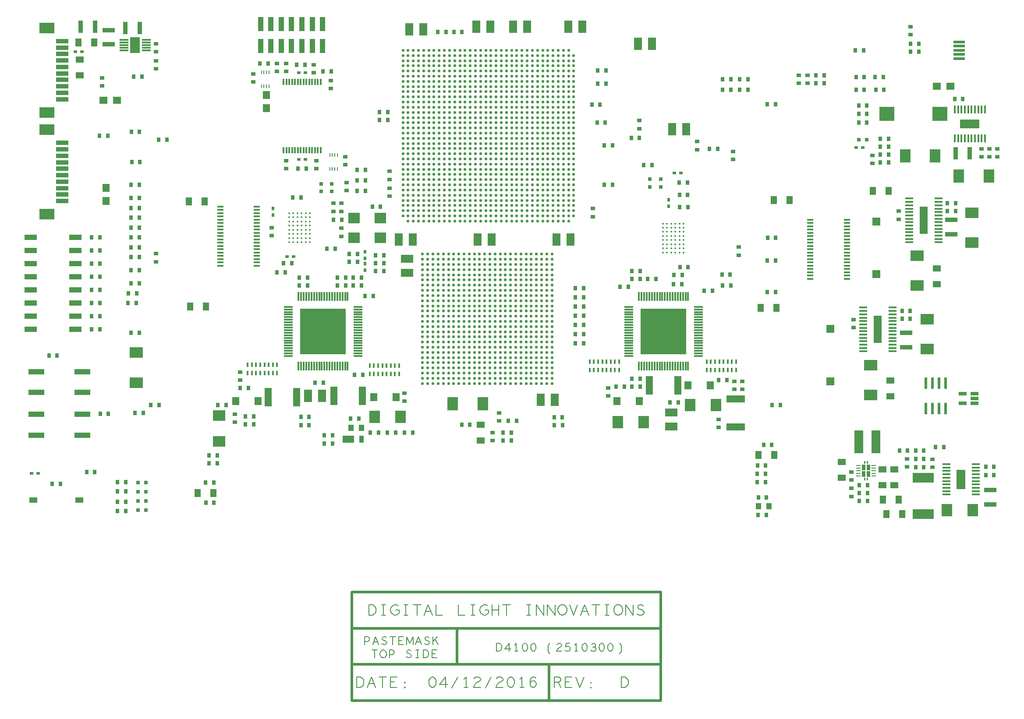
<source format=gbr>
G04 ================== begin FILE IDENTIFICATION RECORD ==================*
G04 Layout Name:  2510300_REV-D.brd*
G04 Film Name:    Paste_top.gbr*
G04 File Format:  Gerber RS274X*
G04 File Origin:  Cadence Allegro 16.6-2015-S051*
G04 Origin Date:  Tue Apr 12 06:53:55 2016*
G04 *
G04 Layer:  VIA CLASS/PASTEMASK_TOP*
G04 Layer:  PIN/PASTEMASK_TOP*
G04 Layer:  PACKAGE GEOMETRY/PASTEMASK_TOP*
G04 Layer:  DRAWING FORMAT/TITLE_BLOCK*
G04 Layer:  BOARD GEOMETRY/PASTEMASK_TOP*
G04 *
G04 Offset:    (0.00 0.00)*
G04 Mirror:    No*
G04 Mode:      Positive*
G04 Rotation:  0*
G04 FullContactRelief:  No*
G04 UndefLineWidth:     0.00*
G04 ================== end FILE IDENTIFICATION RECORD ====================*
%FSLAX25Y25*MOIN*%
%IR0*IPPOS*OFA0.00000B0.00000*MIA0B0*SFA1.00000B1.00000*%
%ADD56R,.063X.21*%
%ADD25R,.102X.083*%
%ADD51R,.14X.055*%
%ADD50R,.083X.102*%
%ADD32R,.055X.14*%
%ADD26R,.076X.12*%
%ADD49C,.022*%
%ADD12R,.122X.039*%
%ADD38C,.014*%
%ADD64R,.145X.065*%
%ADD62R,.065X.145*%
%ADD35R,.039X.108*%
%ADD14R,.118X.084*%
%ADD59R,.162X.077*%
%ADD55R,.071X.177*%
%AMMACRO54*
4,1,21,-.01575,.00453,
.01122,.00453,
.012007,.004461,
.012769,.004257,
.013485,.003923,
.014132,.00347,
.01469,.002912,
.015143,.002265,
.015477,.001549,
.015681,.000787,
.01575,0.0,
.015681,-.000787,
.015477,-.001549,
.015143,-.002265,
.01469,-.002912,
.014132,-.00347,
.013485,-.003923,
.012769,-.004257,
.012007,-.004461,
.01122,-.00453,
-.01575,-.00453,
-.01575,.00453,
0.0*
%
%ADD54MACRO54*%
%ADD58R,.115X.11*%
%ADD42R,.031X.031*%
%ADD22R,.032X.03*%
%ADD63R,.06X.03*%
%ADD39R,.012X.05*%
%ADD34R,.01X.025*%
%ADD33R,.02X.025*%
%ADD24R,.031X.031*%
%ADD15R,.03X.032*%
%ADD44R,.04X.05*%
%ADD27R,.07X.012*%
%ADD11R,.025X.02*%
%ADD37R,.07X.013*%
%ADD36R,.013X.07*%
%ADD65R,.016X.06*%
%ADD57R,.06X.015*%
%ADD31R,.016X.032*%
%ADD29R,.05X.017*%
%ADD60R,.06X.016*%
%ADD17R,.063X.05*%
%ADD10R,.06X.044*%
%ADD18R,.05X.063*%
%ADD52R,.064X.06*%
%ADD20R,.055X.06*%
%ADD30R,.055X.06*%
%ADD21R,.06X.055*%
%ADD16R,.094X.032*%
%ADD61R,.024X.085*%
%ADD66R,.089X.02*%
%ADD45R,.036X.056*%
%ADD48R,.095X.063*%
%ADD13R,.096X.044*%
%ADD41R,.35X.35*%
%ADD40R,.063X.095*%
%ADD28R,.095X.083*%
%ADD46R,.083X.095*%
%ADD43R,.087X.056*%
%ADD23R,.098X.038*%
%ADD19R,.038X.098*%
%ADD47R,.087X.079*%
%AMMACRO53*
4,1,21,.01575,-.00453,
-.01122,-.00453,
-.012007,-.004461,
-.012769,-.004257,
-.013485,-.003923,
-.014132,-.00347,
-.01469,-.002912,
-.015143,-.002265,
-.015477,-.001549,
-.015681,-.000787,
-.01575,0.0,
-.015681,.000787,
-.015477,.001549,
-.015143,.002265,
-.01469,.002912,
-.014132,.00347,
-.013485,.003923,
-.012769,.004257,
-.012007,.004461,
-.01122,.00453,
.01575,.00453,
.01575,-.00453,
0.0*
%
%ADD53MACRO53*%
%ADD67C,.02*%
%ADD68C,.006*%
%ADD69C,.008*%
G75*
%LPD*%
G75*
G36*
G01X644504Y34567D02*
X645528D01*
Y32598D01*
X644504D01*
Y34567D01*
G37*
G36*
G01X646472D02*
X647496D01*
Y32598D01*
X646472D01*
Y34567D01*
G37*
G36*
G01X642890Y39567D02*
X645567D01*
Y35433D01*
X642890D01*
Y39567D01*
G37*
G36*
G01X646433D02*
X649110D01*
Y35433D01*
X646433D01*
Y39567D01*
G37*
G36*
G01X644504Y47402D02*
X645528D01*
Y45433D01*
X644504D01*
Y47402D01*
G37*
G36*
G01X646472D02*
X647496D01*
Y45433D01*
X646472D01*
Y47402D01*
G37*
G36*
G01X642890Y44606D02*
X645567D01*
Y40433D01*
X642890D01*
Y44606D01*
G37*
G36*
G01X646433Y44567D02*
X649110D01*
Y40433D01*
X646433D01*
Y44567D01*
G37*
G54D10*
X12480Y17500D03*
X47520D03*
G54D20*
X67950Y245350D03*
Y255450D03*
X190000Y315950D03*
Y326050D03*
G54D11*
X11100Y38000D03*
X16100D03*
X49500Y359000D03*
X44500D03*
X205500Y203000D03*
X210500D03*
X214500Y277000D03*
Y343000D03*
X219500Y277000D03*
Y343000D03*
X500100Y266700D03*
X505100D03*
X643500Y286000D03*
X638500D03*
G54D21*
X65950Y322050D03*
X76050D03*
X699950Y332750D03*
X710050D03*
G54D30*
X166614Y93000D03*
X183386D03*
X271614Y96000D03*
X288386D03*
X456614Y93000D03*
X473386D03*
X510614Y105000D03*
X527386D03*
G54D12*
X14980Y67126D03*
Y82874D03*
Y99626D03*
Y115374D03*
X50020Y67126D03*
Y82874D03*
Y99626D03*
Y115374D03*
G54D40*
X221650Y97000D03*
X232350D03*
X290650Y216000D03*
X301350D03*
X298450Y375900D03*
X309150D03*
X350650Y216000D03*
X349450Y377800D03*
X361350Y216000D03*
X360150Y377800D03*
X377650Y378000D03*
X388350D03*
X398650Y94000D03*
X409350D03*
X410650Y216000D03*
X421350D03*
X419550Y377900D03*
X430250D03*
X472650Y365000D03*
X498650Y300000D03*
X483350Y365000D03*
X509350Y300000D03*
G54D13*
X10550Y157500D03*
Y147500D03*
Y177500D03*
Y167500D03*
Y197500D03*
Y187500D03*
Y207500D03*
Y217500D03*
X44450Y157500D03*
Y147500D03*
Y177500D03*
Y167500D03*
Y197500D03*
Y187500D03*
Y207500D03*
Y217500D03*
G54D31*
X178800Y120700D03*
X175600D03*
X178800Y114300D03*
X175600D03*
X182000Y120700D03*
Y114300D03*
X185200Y120700D03*
Y114300D03*
X188400D03*
X191600D03*
X194800D03*
X188400Y120700D03*
X191600D03*
X194800D03*
X198000Y114300D03*
Y120700D03*
X274900Y119900D03*
X271700D03*
X268500D03*
X274900Y113500D03*
X271700D03*
X268500D03*
X278100Y119900D03*
Y113500D03*
X281300D03*
X284500D03*
X281300Y119900D03*
X284500D03*
X287700Y113500D03*
X290900D03*
X287700Y119900D03*
X290900D03*
X442200Y123100D03*
X439000D03*
X435800D03*
X442200Y116700D03*
X439000D03*
X435800D03*
X445400Y123100D03*
Y116700D03*
X448600D03*
X451800D03*
X455000D03*
X458200D03*
X448600Y123100D03*
X451800D03*
X455000D03*
X458200D03*
X528000D03*
X524800D03*
X528000Y116700D03*
X524800D03*
X531200Y123100D03*
Y116700D03*
X534400Y123100D03*
Y116700D03*
X537600D03*
X540800D03*
X544000D03*
X547200D03*
X537600Y123100D03*
X540800D03*
X544000D03*
X547200D03*
G54D22*
X65000Y332900D03*
Y339100D03*
X105800Y205300D03*
Y199100D03*
X106000Y352100D03*
Y345900D03*
Y358900D03*
Y365100D03*
X166000Y83100D03*
Y76900D03*
X170000Y108900D03*
Y115100D03*
X180000Y335900D03*
Y342100D03*
X194000Y225100D03*
Y218900D03*
X205000Y269900D03*
Y276100D03*
Y350100D03*
Y343900D03*
X198000Y350100D03*
Y343900D03*
X228000Y269900D03*
Y276100D03*
X226000Y349100D03*
Y342900D03*
X246900Y224600D03*
Y218400D03*
X240800Y243500D03*
Y237300D03*
X247000Y243500D03*
Y237300D03*
X250000Y279100D03*
Y272900D03*
X239000Y330900D03*
Y337100D03*
X251000Y253200D03*
Y259400D03*
X283500Y248900D03*
Y255100D03*
X283600Y261600D03*
Y267800D03*
X295000Y92900D03*
Y99100D03*
X362000Y62900D03*
Y69100D03*
X367000Y77900D03*
Y84100D03*
X438300Y239600D03*
Y233400D03*
X450000Y103100D03*
Y96900D03*
X473600Y300400D03*
Y306600D03*
X517500Y284400D03*
Y290600D03*
X534000Y72900D03*
Y79100D03*
X546000Y108100D03*
Y101900D03*
X545000Y283100D03*
Y276900D03*
X552000Y108100D03*
Y101900D03*
X549100Y210300D03*
Y204100D03*
X595000Y334900D03*
X601500D03*
X595000Y341100D03*
X601500D03*
X635000Y20400D03*
Y26600D03*
Y39100D03*
Y32900D03*
X636500Y155100D03*
Y148900D03*
X651000Y280100D03*
Y273900D03*
X671000Y231400D03*
Y237600D03*
X677300Y49000D03*
Y42800D03*
X680000Y371900D03*
Y378100D03*
X696700Y42500D03*
Y48700D03*
X734000Y285100D03*
Y278900D03*
X740000Y285100D03*
Y278900D03*
X746000D03*
Y285100D03*
G54D23*
X70000Y364600D03*
Y375400D03*
X676500Y144900D03*
Y134100D03*
X711000Y230900D03*
Y220100D03*
X740500Y14400D03*
Y25200D03*
G54D41*
X233000Y146000D03*
X492000D03*
G54D14*
X22738Y235237D03*
Y299473D03*
Y312737D03*
Y376973D03*
G54D32*
X191250Y96000D03*
X212750D03*
X241250Y97000D03*
X262750D03*
X481250Y105000D03*
X502750D03*
G54D50*
X331600Y91000D03*
X354400D03*
X675900Y279700D03*
X698700D03*
X716700Y264400D03*
X739500D03*
G54D60*
X707178Y21884D03*
Y24443D03*
Y27002D03*
Y29561D03*
Y32120D03*
Y34680D03*
Y37239D03*
Y39798D03*
Y42357D03*
Y44916D03*
X729422Y21884D03*
Y24443D03*
Y27002D03*
Y29561D03*
Y32120D03*
Y34680D03*
Y37239D03*
Y39798D03*
Y42357D03*
Y44916D03*
G54D15*
X33100Y30000D03*
X26900D03*
X24400Y127500D03*
X30600D03*
X53100Y39000D03*
X56900Y147500D03*
Y157500D03*
Y167500D03*
Y177500D03*
Y187500D03*
Y197500D03*
Y207500D03*
Y217500D03*
X59300Y39000D03*
X63500Y83200D03*
X69700D03*
X63100Y147500D03*
Y157500D03*
Y167500D03*
Y177500D03*
Y187500D03*
Y197500D03*
Y207500D03*
Y217500D03*
X62900Y295000D03*
X69100D03*
X76700Y16200D03*
X82900D03*
X76700Y9200D03*
X82900D03*
X76700Y31200D03*
X82900D03*
X76700Y24200D03*
X82900D03*
X89900Y84000D03*
X86900Y145000D03*
X84900Y175000D03*
X91100D03*
X84600Y167600D03*
X90800D03*
X86900Y182500D03*
Y192500D03*
Y202500D03*
Y210000D03*
Y217500D03*
Y225000D03*
Y232500D03*
Y240000D03*
Y247500D03*
Y257500D03*
X87400Y274900D03*
X87100Y297800D03*
X88900Y340000D03*
X101900Y90000D03*
X108100D03*
X96100Y84000D03*
X93100Y145000D03*
Y182500D03*
Y192500D03*
Y202500D03*
Y210000D03*
Y217500D03*
Y225000D03*
Y232500D03*
Y240000D03*
Y247500D03*
Y257500D03*
X93600Y274900D03*
X93300Y297800D03*
X107900Y292000D03*
X95100Y340000D03*
X114100Y292000D03*
X143800Y15500D03*
X143700Y30800D03*
X150000Y15500D03*
X149900Y30800D03*
X152400Y45600D03*
X146200D03*
Y51700D03*
X152400D03*
X152900Y90000D03*
X159100D03*
X173900Y75200D03*
Y81200D03*
X169900Y103000D03*
X176100D03*
X180100Y75200D03*
Y81200D03*
X191100Y350000D03*
X184900D03*
X214900Y181000D03*
Y187000D03*
X204100Y191000D03*
X197900D03*
X202900Y198000D03*
X209100D03*
X209900Y248000D03*
X213900Y270000D03*
X212900Y349000D03*
X222300Y74700D03*
X216100D03*
Y80900D03*
X222300D03*
X226900Y107000D03*
X221100Y181000D03*
Y187000D03*
X216100Y248000D03*
X220100Y270000D03*
X219100Y349000D03*
X234000Y66900D03*
X240200D03*
X234000Y60600D03*
X240200D03*
X233100Y107000D03*
X243900Y187000D03*
X250100D03*
X243900Y181000D03*
X250100D03*
X235900Y209000D03*
X242100D03*
X247100Y231100D03*
X240900D03*
X239100Y344000D03*
X232900D03*
X254000Y79700D03*
X260200D03*
X256900Y113000D03*
X263100D03*
X264900Y173000D03*
X255900Y187000D03*
X262100D03*
X255900Y181000D03*
X262100D03*
X259100Y205000D03*
X252900D03*
X259100Y199000D03*
X252900D03*
X258900Y253000D03*
X265100D03*
X258900Y261000D03*
X265100D03*
X258900Y269000D03*
X265100D03*
X268900Y69000D03*
X275100D03*
X281900D03*
X271100Y173000D03*
X272900Y192000D03*
X279100D03*
X272900Y198000D03*
X279100D03*
X272900Y204000D03*
X279100D03*
X270500Y241000D03*
X276700D03*
X275900Y313000D03*
X282100D03*
Y307000D03*
X275900D03*
X288100Y69000D03*
X301100D03*
X294900D03*
X320300Y374000D03*
X332400D03*
X326500D03*
X344700Y75100D03*
X338500D03*
X338600Y374000D03*
X369900Y63000D03*
Y69000D03*
X376100Y63000D03*
Y69000D03*
X380100Y78000D03*
X373900D03*
X415100Y74500D03*
X408900D03*
X408800Y80700D03*
X415000D03*
X424900Y144000D03*
Y137000D03*
Y158000D03*
Y151000D03*
Y179000D03*
Y172000D03*
Y165000D03*
X431100Y144000D03*
Y137000D03*
Y158000D03*
Y151000D03*
Y179000D03*
Y172000D03*
Y165000D03*
X441400Y305000D03*
X437400Y318500D03*
X441900Y334500D03*
Y344500D03*
X455900Y104000D03*
X458900Y180000D03*
X446900Y257500D03*
X453100D03*
X446900Y287500D03*
X453100D03*
X447600Y305000D03*
X443600Y318500D03*
X448100Y334500D03*
Y344500D03*
X467900Y104000D03*
X474100D03*
X462100D03*
X467900Y110000D03*
X474100D03*
X465100Y180000D03*
X474100Y186000D03*
X467900D03*
Y192000D03*
X474100D03*
X476900Y272500D03*
X473600Y293300D03*
X467400D03*
X479900Y186000D03*
X486100D03*
X483100Y272500D03*
X496900Y92000D03*
X503100D03*
X504400Y195000D03*
X510600D03*
X500000Y188800D03*
X506200D03*
X499700Y181900D03*
X505900D03*
X504300Y240500D03*
X510500D03*
X504100Y250000D03*
X510300D03*
X504000Y259300D03*
X510200D03*
X522900Y177000D03*
X529100D03*
X526900Y285000D03*
X533900Y109000D03*
X540100D03*
X536400Y189300D03*
X542600D03*
X543100Y181000D03*
X536900D03*
X533100Y285000D03*
X543100Y330000D03*
X536900D03*
X543100Y338000D03*
X536900D03*
X564100Y19700D03*
X564000Y6200D03*
X563300Y31400D03*
X563200Y37500D03*
X563500Y44100D03*
X556100Y330000D03*
X549900D03*
X556100Y338000D03*
X549900D03*
X570300Y19700D03*
X570200Y6200D03*
X569500Y31400D03*
X569400Y37500D03*
X569700Y44100D03*
X574300Y59600D03*
X568100D03*
X574700Y89800D03*
X580900D03*
X577100Y176000D03*
X570900D03*
Y200000D03*
X577100D03*
X571100Y217400D03*
X577300D03*
X570900Y319000D03*
X577100D03*
X607900Y335000D03*
X614100D03*
X607900Y341100D03*
X614100D03*
X647100Y17000D03*
X640900D03*
Y29000D03*
X647100D03*
Y23000D03*
X640900D03*
X646600Y305000D03*
X640400D03*
X646600Y311500D03*
X640400D03*
X646600Y318000D03*
X640400D03*
X653400Y330000D03*
X638400D03*
X644600D03*
X652900Y339500D03*
X638400D03*
X644600D03*
X637900Y360000D03*
X644100D03*
X671500Y55300D03*
X663100Y274500D03*
X656900D03*
X663100Y280500D03*
X656900D03*
X663100Y286500D03*
X656900D03*
X663100Y292500D03*
X656900D03*
X659600Y330000D03*
X659100Y339500D03*
X677700Y55300D03*
X683800D03*
Y42600D03*
Y49100D03*
X673400Y161500D03*
X679600D03*
X673400Y155500D03*
X679600D03*
X679900Y365000D03*
X686100D03*
X679900Y359000D03*
X686100D03*
X690000Y55300D03*
Y42600D03*
Y49100D03*
X698900Y58000D03*
X705100D03*
X707900Y237500D03*
X714100D03*
X707900Y243500D03*
X714100D03*
X719600Y323000D03*
X713400D03*
X737100Y36700D03*
Y43000D03*
X743300Y36700D03*
Y43000D03*
G54D24*
X92247Y9900D03*
Y17000D03*
Y31000D03*
Y24000D03*
X98153Y9900D03*
Y17000D03*
Y31000D03*
Y24000D03*
X640547Y292000D03*
X646453D03*
G54D33*
X195000Y234500D03*
Y239500D03*
X265000Y192500D03*
Y197500D03*
Y201500D03*
Y206500D03*
X495900Y241400D03*
Y246400D03*
G54D42*
X231500Y252547D03*
Y258453D03*
X239500Y252547D03*
Y258453D03*
X490000Y256047D03*
Y261953D03*
X481500Y256047D03*
Y261953D03*
G54D51*
X547000Y73250D03*
Y94750D03*
G54D43*
X252260Y64000D03*
G54D61*
X691500Y87394D03*
X696500D03*
X701500D03*
X706500D03*
X691500Y106606D03*
X696500D03*
X701500D03*
X706500D03*
G54D16*
X34500Y245211D03*
Y250132D03*
Y255053D03*
Y259974D03*
Y264895D03*
Y269816D03*
Y274737D03*
Y279658D03*
Y284579D03*
Y289500D03*
Y322711D03*
Y327632D03*
Y332553D03*
Y337474D03*
Y342395D03*
Y347316D03*
Y352237D03*
Y357158D03*
Y362079D03*
Y367000D03*
G54D52*
X619000Y108000D03*
Y148000D03*
X654000Y189500D03*
Y229500D03*
G54D34*
X186047Y332685D03*
X188016D03*
X189984D03*
X191953D03*
X186047Y343315D03*
X188016D03*
X189984D03*
X191953D03*
X243953Y280315D03*
X241984D03*
X240016D03*
X238047D03*
X243953Y269685D03*
X241984D03*
X240016D03*
X238047D03*
G54D25*
X90800Y107000D03*
Y129800D03*
X649500Y97500D03*
Y120300D03*
X692700Y132500D03*
Y155300D03*
X684900Y180800D03*
Y203600D03*
X726700Y213500D03*
Y236300D03*
G54D53*
X651807Y38032D03*
Y36063D03*
Y43937D03*
Y41968D03*
Y40000D03*
G54D17*
X48000Y353000D03*
Y341000D03*
X353000Y75000D03*
Y63000D03*
X627500Y34500D03*
Y46500D03*
X667500Y29000D03*
X658500D03*
X667500Y41000D03*
X658500D03*
X664500Y96500D03*
Y108500D03*
X700000Y182000D03*
Y194000D03*
G54D44*
X254100Y72700D03*
X262100D03*
X564100Y13000D03*
X572100D03*
G54D35*
X185378Y363334D03*
X193252D03*
X185378Y380066D03*
X193252D03*
X201126Y363334D03*
X209000D03*
X201126Y380066D03*
X209000D03*
X216874Y363334D03*
X224748D03*
X232622D03*
X216874Y380066D03*
X224748D03*
X232622D03*
G54D62*
X718300Y33400D03*
G54D26*
X90000Y364000D03*
G54D45*
X262300Y64000D03*
G54D18*
X47000Y366000D03*
X59000D03*
X137400Y23100D03*
X132000Y165000D03*
X144000D03*
X131000Y245000D03*
X143000D03*
X149400Y23100D03*
X564200Y51800D03*
X566000Y164000D03*
X576200Y51800D03*
X578000Y164000D03*
X576000Y246000D03*
X588000D03*
X651100Y252900D03*
X661600Y7000D03*
X671000Y18000D03*
X659000D03*
X663100Y252900D03*
X673600Y7000D03*
G54D36*
X214299Y119524D03*
Y172476D03*
X216268Y119524D03*
X218236D03*
X220205D03*
X222173D03*
X224142D03*
X226110D03*
X228079D03*
X230047D03*
Y172476D03*
X226110D03*
X228079D03*
X222173D03*
X224142D03*
X218236D03*
X220205D03*
X216268D03*
X232016Y119524D03*
X233984D03*
X235953D03*
X237921D03*
X239890D03*
X241858D03*
X243827D03*
X245795D03*
X247764D03*
Y172476D03*
X245795D03*
X241858D03*
X243827D03*
X237921D03*
X239890D03*
X233984D03*
X235953D03*
X232016D03*
X249732Y119524D03*
X251701D03*
Y172476D03*
X249732D03*
X473299Y119524D03*
X475268D03*
X477236D03*
Y172476D03*
X475268D03*
X473299D03*
X479205Y119524D03*
X481173D03*
X483142D03*
X485110D03*
X487079D03*
X489047D03*
X491016D03*
X492984D03*
X494953D03*
X492984Y172476D03*
X494953D03*
X489047D03*
X491016D03*
X485110D03*
X487079D03*
X481173D03*
X483142D03*
X479205D03*
X496921Y119524D03*
X498890D03*
X500858D03*
X502827D03*
X504795D03*
X506764D03*
X508732D03*
X510701D03*
Y172476D03*
X506764D03*
X508732D03*
X504795D03*
X500858D03*
X502827D03*
X496921D03*
X498890D03*
G54D27*
X81500Y367937D03*
Y360063D03*
Y362031D03*
Y364000D03*
Y365969D03*
X98500Y367937D03*
Y360063D03*
Y362031D03*
Y364000D03*
Y365969D03*
G54D63*
X719571Y91260D03*
Y98740D03*
X728429Y91260D03*
Y95000D03*
Y98740D03*
G54D54*
X640193Y36063D03*
Y38032D03*
Y40000D03*
Y41968D03*
Y43937D03*
G54D19*
X48600Y378000D03*
X59400D03*
X82600Y377000D03*
X93400D03*
X714100Y281500D03*
X724900D03*
G54D46*
X272150Y81000D03*
X291850D03*
X457150Y77000D03*
X476850D03*
X512150Y90000D03*
X531850D03*
X707550Y9800D03*
X727250D03*
G54D28*
X154000Y62150D03*
Y81850D03*
G54D37*
X206524Y143047D03*
Y139110D03*
Y141079D03*
Y135173D03*
Y137142D03*
Y131236D03*
Y133205D03*
Y129268D03*
Y127299D03*
Y160764D03*
Y158795D03*
Y154858D03*
Y156827D03*
Y150921D03*
Y152890D03*
Y146984D03*
Y148953D03*
Y145016D03*
Y164701D03*
Y162732D03*
X259476Y127299D03*
Y131236D03*
Y129268D03*
Y133205D03*
Y137142D03*
Y135173D03*
Y141079D03*
Y139110D03*
Y143047D03*
Y145016D03*
Y148953D03*
Y146984D03*
Y152890D03*
Y150921D03*
Y156827D03*
Y154858D03*
Y160764D03*
Y158795D03*
Y162732D03*
Y164701D03*
X465524Y143047D03*
Y139110D03*
Y141079D03*
Y135173D03*
Y137142D03*
Y131236D03*
Y133205D03*
Y129268D03*
Y127299D03*
Y160764D03*
Y158795D03*
Y154858D03*
Y156827D03*
Y150921D03*
Y152890D03*
Y146984D03*
Y148953D03*
Y145016D03*
Y164701D03*
Y162732D03*
X518476Y127299D03*
Y131236D03*
Y129268D03*
Y133205D03*
Y137142D03*
Y135173D03*
Y141079D03*
Y139110D03*
Y143047D03*
Y145016D03*
Y148953D03*
Y146984D03*
Y152890D03*
Y150921D03*
Y156827D03*
Y154858D03*
Y160764D03*
Y158795D03*
Y162732D03*
Y164701D03*
G54D55*
X653500Y62000D03*
X640500D03*
G54D64*
X725000Y304000D03*
G54D47*
X256600Y217200D03*
Y232200D03*
X276600Y217200D03*
Y232200D03*
G54D29*
X154800Y196000D03*
Y198500D03*
Y201000D03*
Y203500D03*
Y206000D03*
Y208500D03*
Y211000D03*
Y213500D03*
Y216000D03*
Y218500D03*
Y221000D03*
Y223500D03*
Y226000D03*
Y228500D03*
Y231000D03*
Y233500D03*
Y236000D03*
Y238500D03*
Y241000D03*
X182600Y196000D03*
Y198500D03*
Y201000D03*
Y203500D03*
Y206000D03*
Y208500D03*
Y211000D03*
Y213500D03*
Y216000D03*
Y218500D03*
Y221000D03*
Y223500D03*
Y226000D03*
Y228500D03*
Y231000D03*
Y233500D03*
Y236000D03*
Y238500D03*
Y241000D03*
X603600Y196000D03*
Y193500D03*
Y191000D03*
Y188500D03*
Y186000D03*
Y213500D03*
Y211000D03*
Y208500D03*
Y206000D03*
Y203500D03*
Y201000D03*
Y198500D03*
Y231000D03*
Y228500D03*
Y226000D03*
Y223500D03*
Y221000D03*
Y218500D03*
Y216000D03*
X631400Y196000D03*
Y193500D03*
Y191000D03*
Y188500D03*
Y186000D03*
Y213500D03*
Y211000D03*
Y208500D03*
Y206000D03*
Y203500D03*
Y201000D03*
Y198500D03*
Y231000D03*
Y228500D03*
Y226000D03*
Y223500D03*
Y221000D03*
Y218500D03*
Y216000D03*
G54D65*
X713484Y292878D03*
X716043D03*
X718602D03*
X721161D03*
X723720D03*
X713484Y315122D03*
X716043D03*
X718602D03*
X721161D03*
X723720D03*
X726280Y292878D03*
X728839D03*
X731398D03*
X733957D03*
X736516D03*
X726280Y315122D03*
X728839D03*
X731398D03*
X733957D03*
X736516D03*
G54D38*
X207126Y213976D03*
X210276D03*
X213425D03*
X207126Y229724D03*
X210276D03*
X213425D03*
X207126Y226575D03*
X210276D03*
X213425D03*
X207126Y223425D03*
X210276D03*
X213425D03*
X207126Y220276D03*
X210276D03*
X213425D03*
X207126Y217126D03*
X210276D03*
X213425D03*
X207126Y236024D03*
X210276D03*
X213425D03*
X207126Y232874D03*
X210276D03*
X213425D03*
X216575Y213976D03*
X219724D03*
X222874D03*
X216575Y229724D03*
X219724D03*
X222874D03*
X216575Y226575D03*
X219724D03*
X222874D03*
X216575Y223425D03*
X219724D03*
X222874D03*
X216575Y220276D03*
X219724D03*
X222874D03*
X216575Y217126D03*
X219724D03*
X222874D03*
X216575Y236024D03*
X219724D03*
X222874D03*
X216575Y232874D03*
X219724D03*
X222874D03*
X491526Y212376D03*
X494676D03*
X491526Y209226D03*
X494676D03*
X491526Y206076D03*
X494676D03*
X491526Y228124D03*
X494676D03*
X491526Y224974D03*
X494676D03*
X491526Y221824D03*
X494676D03*
X491526Y218675D03*
X494676D03*
X491526Y215525D03*
X494676D03*
X497825Y212376D03*
X500975D03*
X504124D03*
X507274D03*
X497825Y209226D03*
X500975D03*
X504124D03*
X507274D03*
X497825Y206076D03*
X500975D03*
X504124D03*
X507274D03*
X497825Y228124D03*
X500975D03*
X504124D03*
X507274D03*
X497825Y224974D03*
X500975D03*
X504124D03*
X507274D03*
X497825Y221824D03*
X500975D03*
X504124D03*
X507274D03*
X497825Y218675D03*
X500975D03*
X504124D03*
X507274D03*
X497825Y215525D03*
X500975D03*
X504124D03*
X507274D03*
G54D56*
X655000Y147500D03*
X690000Y230500D03*
G54D48*
X297000Y190650D03*
Y201350D03*
X498000Y73650D03*
Y84350D03*
G54D66*
X716834Y353700D03*
Y366299D03*
Y363149D03*
Y360000D03*
Y356850D03*
G54D57*
X643878Y130866D03*
Y133425D03*
Y135984D03*
Y138543D03*
Y141102D03*
Y143661D03*
Y146220D03*
Y148780D03*
Y151339D03*
Y153898D03*
Y156457D03*
Y159016D03*
Y161575D03*
Y164134D03*
X666122Y130866D03*
Y133425D03*
Y135984D03*
Y138543D03*
Y141102D03*
Y143661D03*
Y146220D03*
Y148780D03*
Y151339D03*
Y153898D03*
Y156457D03*
Y159016D03*
Y161575D03*
Y164134D03*
X678878Y213866D03*
Y216425D03*
Y218984D03*
Y221543D03*
Y224102D03*
Y226661D03*
Y229220D03*
Y231780D03*
Y234339D03*
Y236898D03*
Y239457D03*
Y242016D03*
Y244575D03*
Y247134D03*
X701122Y213866D03*
Y216425D03*
Y218984D03*
Y221543D03*
Y224102D03*
Y226661D03*
Y229220D03*
Y231780D03*
Y234339D03*
Y236898D03*
Y239457D03*
Y242016D03*
Y244575D03*
Y247134D03*
G54D39*
X202930Y284100D03*
X205095D03*
X207260D03*
X209425D03*
X211590D03*
X213755D03*
X202930Y335900D03*
X205095D03*
X207260D03*
X209425D03*
X211590D03*
X213755D03*
X215920Y284100D03*
X218085D03*
X220250D03*
X222415D03*
X224580D03*
X226745D03*
X228910D03*
X231075D03*
X215920Y335900D03*
X218085D03*
X220250D03*
X222415D03*
X224580D03*
X226745D03*
X228910D03*
X231075D03*
G54D67*
G01X255000Y-52500D02*
X490000D01*
Y-135000D01*
X255000D01*
G01Y-52500D02*
Y-135000D01*
G01X490000Y-107500D02*
X255000D01*
G01Y-80000D02*
X490000D01*
G01X335000D02*
Y-107500D01*
G01X405000D02*
Y-135000D01*
G54D58*
X661750Y311500D03*
X702250D03*
G54D49*
X301613Y230039D03*
X297676D03*
X301613Y233976D03*
X297676D03*
X293739D03*
X301613Y237913D03*
X297676D03*
X293739D03*
X301613Y241850D03*
X297676D03*
X293739D03*
X301613Y245787D03*
X297676D03*
X293739D03*
X301613Y249724D03*
X297676D03*
X293739D03*
X301613Y253661D03*
X297676D03*
X293739D03*
X301613Y257598D03*
X297676D03*
X293739D03*
X301613Y261535D03*
X297676D03*
X293739D03*
X301613Y265472D03*
X297676D03*
X293739D03*
X301613Y269409D03*
X297676D03*
X293739D03*
X301613Y273346D03*
X297676D03*
X293739D03*
X301613Y277284D03*
X297676D03*
X293739D03*
X301613Y281220D03*
X297676D03*
X293739D03*
X301613Y285158D03*
X297676D03*
X293739D03*
X301613Y289094D03*
X297676D03*
X293739D03*
X301613Y293032D03*
X297676D03*
X293739D03*
X301613Y296968D03*
X297676D03*
X293739D03*
X301613Y300906D03*
X297676D03*
X293739D03*
X301613Y304842D03*
X297676D03*
X293739D03*
X301613Y308780D03*
X297676D03*
X293739D03*
X301613Y312716D03*
X297676D03*
X293739D03*
X301613Y316654D03*
X297676D03*
X293739D03*
X301613Y320591D03*
X297676D03*
X293739D03*
X301613Y324528D03*
X297676D03*
X293739D03*
X301613Y328465D03*
X297676D03*
X293739D03*
X301613Y332402D03*
X297676D03*
X293739D03*
X301613Y336339D03*
X297676D03*
X293739D03*
X301613Y340276D03*
X297676D03*
X293739D03*
X301613Y344213D03*
X297676D03*
X293739D03*
X301613Y348150D03*
X297676D03*
X293739D03*
X301613Y352087D03*
X297676D03*
X293739D03*
X301613Y356024D03*
X297676D03*
X293739D03*
X301613Y359961D03*
X297676D03*
X293739D03*
X316561Y106387D03*
X312624D03*
X308687D03*
X316561Y110324D03*
X312624D03*
X308687D03*
X316561Y114261D03*
X312624D03*
X308687D03*
X316561Y118198D03*
X312624D03*
X308687D03*
X316561Y122135D03*
X312624D03*
X308687D03*
X316561Y126072D03*
X312624D03*
X308687D03*
X316561Y130009D03*
X312624D03*
X308687D03*
X316561Y133946D03*
X312624D03*
X308687D03*
X316561Y137884D03*
X312624D03*
X308687D03*
X316561Y141820D03*
X312624D03*
X308687D03*
X316561Y145758D03*
X312624D03*
X308687D03*
X316561Y149694D03*
X312624D03*
X308687D03*
X316561Y153632D03*
X312624D03*
X308687D03*
X316561Y157568D03*
X312624D03*
X308687D03*
X316561Y161506D03*
X312624D03*
X308687D03*
X316561Y165442D03*
X312624D03*
X308687D03*
X316561Y169380D03*
X312624D03*
X308687D03*
X316561Y173316D03*
X312624D03*
X308687D03*
X316561Y177254D03*
X312624D03*
X308687D03*
X316561Y181191D03*
X312624D03*
X308687D03*
X316561Y185128D03*
X312624D03*
X308687D03*
X316561Y189065D03*
X312624D03*
X308687D03*
X316561Y193002D03*
X312624D03*
X308687D03*
X316561Y196939D03*
X312624D03*
X308687D03*
X316561Y200876D03*
X312624D03*
X308687D03*
X316561Y204813D03*
X312624D03*
X308687D03*
X317361Y230039D03*
X313424D03*
X309487D03*
X305550D03*
X317361Y233976D03*
X313424D03*
X309487D03*
X305550D03*
X317361Y237913D03*
X313424D03*
X309487D03*
X305550D03*
X317361Y241850D03*
X313424D03*
X309487D03*
X305550D03*
X317361Y245787D03*
X313424D03*
X309487D03*
X305550D03*
X317361Y249724D03*
X313424D03*
X309487D03*
X305550D03*
X317361Y253661D03*
X313424D03*
X309487D03*
X305550D03*
X317361Y257598D03*
X313424D03*
X309487D03*
X305550D03*
X317361Y261535D03*
X313424D03*
X309487D03*
X305550D03*
X317361Y265472D03*
X313424D03*
X309487D03*
X305550D03*
X317361Y269409D03*
X313424D03*
X309487D03*
X305550D03*
X317361Y273346D03*
X313424D03*
X309487D03*
X305550D03*
X317361Y277284D03*
X313424D03*
X309487D03*
X305550D03*
X317361Y281220D03*
X313424D03*
X309487D03*
X305550D03*
X317361Y285158D03*
X313424D03*
X309487D03*
X305550D03*
X317361Y289094D03*
X313424D03*
X309487D03*
X305550D03*
X317361Y293032D03*
X313424D03*
X309487D03*
X305550D03*
X317361Y296968D03*
X313424D03*
X309487D03*
X305550D03*
X317361Y300906D03*
X313424D03*
X309487D03*
X305550D03*
X317361Y304842D03*
X313424D03*
X309487D03*
X305550D03*
X317361Y308780D03*
X313424D03*
X309487D03*
X305550D03*
X317361Y312716D03*
X313424D03*
X309487D03*
X305550D03*
X317361Y316654D03*
X313424D03*
X309487D03*
X305550D03*
X317361Y320591D03*
X313424D03*
X309487D03*
X305550D03*
X317361Y324528D03*
X313424D03*
X309487D03*
X305550D03*
X317361Y328465D03*
X313424D03*
X309487D03*
X305550D03*
X317361Y332402D03*
X313424D03*
X309487D03*
X305550D03*
X317361Y336339D03*
X313424D03*
X309487D03*
X305550D03*
X317361Y340276D03*
X313424D03*
X309487D03*
X305550D03*
X317361Y344213D03*
X313424D03*
X309487D03*
X305550D03*
X317361Y348150D03*
X313424D03*
X309487D03*
X305550D03*
X317361Y352087D03*
X313424D03*
X309487D03*
X305550D03*
X317361Y356024D03*
X313424D03*
X309487D03*
X305550D03*
X317361Y359961D03*
X313424D03*
X309487D03*
X305550D03*
X336246Y106387D03*
X332309D03*
X328372D03*
X324435D03*
X320498D03*
X336246Y110324D03*
X332309D03*
X328372D03*
X324435D03*
X320498D03*
X336246Y114261D03*
X332309D03*
X328372D03*
X324435D03*
X320498D03*
X336246Y118198D03*
X332309D03*
X328372D03*
X324435D03*
X320498D03*
X336246Y122135D03*
X332309D03*
X328372D03*
X324435D03*
X320498D03*
X336246Y126072D03*
X332309D03*
X328372D03*
X324435D03*
X320498D03*
X336246Y130009D03*
X332309D03*
X328372D03*
X324435D03*
X320498D03*
X336246Y133946D03*
X332309D03*
X328372D03*
X324435D03*
X320498D03*
X336246Y137884D03*
X332309D03*
X328372D03*
X324435D03*
X320498D03*
X336246Y141820D03*
X332309D03*
X328372D03*
X324435D03*
X320498D03*
X336246Y145758D03*
X332309D03*
X328372D03*
X324435D03*
X320498D03*
X336246Y149694D03*
X332309D03*
X328372D03*
X324435D03*
X320498D03*
X336246Y153632D03*
X332309D03*
X328372D03*
X324435D03*
X320498D03*
X336246Y157568D03*
X332309D03*
X328372D03*
X324435D03*
X320498D03*
X336246Y161506D03*
X332309D03*
X328372D03*
X324435D03*
X320498D03*
X336246Y165442D03*
X332309D03*
X328372D03*
X324435D03*
X320498D03*
X336246Y169380D03*
X332309D03*
X328372D03*
X324435D03*
X320498D03*
X336246Y173316D03*
X332309D03*
X328372D03*
X324435D03*
X320498D03*
X336246Y177254D03*
X332309D03*
X328372D03*
X324435D03*
X320498D03*
X336246Y181191D03*
X332309D03*
X328372D03*
X324435D03*
X320498D03*
X336246Y185128D03*
X332309D03*
X328372D03*
X324435D03*
X320498D03*
X336246Y189065D03*
X332309D03*
X328372D03*
X324435D03*
X320498D03*
X336246Y193002D03*
X332309D03*
X328372D03*
X324435D03*
X320498D03*
X336246Y196939D03*
X332309D03*
X328372D03*
X324435D03*
X320498D03*
X336246Y200876D03*
X332309D03*
X328372D03*
X324435D03*
X320498D03*
X336246Y204813D03*
X332309D03*
X328372D03*
X324435D03*
X320498D03*
X337046Y230039D03*
X333109D03*
X329172D03*
X325235D03*
X321298D03*
X337046Y233976D03*
X333109D03*
X329172D03*
X325235D03*
X321298D03*
X337046Y237913D03*
X333109D03*
X329172D03*
X325235D03*
X321298D03*
X337046Y241850D03*
X333109D03*
X329172D03*
X325235D03*
X321298D03*
X337046Y245787D03*
X333109D03*
X329172D03*
X325235D03*
X321298D03*
X337046Y249724D03*
X333109D03*
X329172D03*
X325235D03*
X321298D03*
X337046Y253661D03*
X333109D03*
X329172D03*
X325235D03*
X321298D03*
X337046Y257598D03*
X333109D03*
X329172D03*
X325235D03*
X321298D03*
X337046Y261535D03*
X333109D03*
X329172D03*
X325235D03*
X321298D03*
X337046Y265472D03*
X333109D03*
X329172D03*
X325235D03*
X321298D03*
X337046Y269409D03*
X333109D03*
X329172D03*
X325235D03*
X321298D03*
X337046Y273346D03*
X333109D03*
X329172D03*
X325235D03*
X321298D03*
X337046Y277284D03*
X333109D03*
X329172D03*
X325235D03*
X321298D03*
X337046Y281220D03*
X333109D03*
X329172D03*
X325235D03*
X321298D03*
X337046Y285158D03*
X333109D03*
X329172D03*
X325235D03*
X321298D03*
X337046Y289094D03*
X333109D03*
X329172D03*
X325235D03*
X321298D03*
X337046Y293032D03*
X333109D03*
X329172D03*
X325235D03*
X321298D03*
X337046Y296968D03*
X333109D03*
X329172D03*
X325235D03*
X321298D03*
X337046Y300906D03*
X333109D03*
X329172D03*
X325235D03*
X321298D03*
X337046Y304842D03*
X333109D03*
X329172D03*
X325235D03*
X321298D03*
X337046Y308780D03*
X333109D03*
X329172D03*
X325235D03*
X321298D03*
X337046Y312716D03*
X333109D03*
X329172D03*
X325235D03*
X321298D03*
X337046Y316654D03*
X333109D03*
X329172D03*
X325235D03*
X321298D03*
X337046Y320591D03*
X333109D03*
X329172D03*
X325235D03*
X321298D03*
X337046Y324528D03*
X333109D03*
X329172D03*
X325235D03*
X321298D03*
X337046Y328465D03*
X333109D03*
X329172D03*
X325235D03*
X321298D03*
X337046Y332402D03*
X333109D03*
X329172D03*
X325235D03*
X321298D03*
X337046Y336339D03*
X333109D03*
X329172D03*
X325235D03*
X321298D03*
X337046Y340276D03*
X333109D03*
X329172D03*
X325235D03*
X321298D03*
X337046Y344213D03*
X333109D03*
X329172D03*
X325235D03*
X321298D03*
X337046Y348150D03*
X333109D03*
X329172D03*
X325235D03*
X321298D03*
X337046Y352087D03*
X333109D03*
X329172D03*
X325235D03*
X321298D03*
X337046Y356024D03*
X333109D03*
X329172D03*
X325235D03*
X321298D03*
X337046Y359961D03*
X333109D03*
X329172D03*
X325235D03*
X321298D03*
X351994Y106387D03*
X348058D03*
X344120D03*
X340184D03*
X351994Y110324D03*
X348058D03*
X344120D03*
X340184D03*
X351994Y114261D03*
X348058D03*
X344120D03*
X340184D03*
X351994Y118198D03*
X348058D03*
X344120D03*
X340184D03*
X351994Y122135D03*
X348058D03*
X344120D03*
X340184D03*
X351994Y126072D03*
X348058D03*
X344120D03*
X340184D03*
X351994Y130009D03*
X348058D03*
X344120D03*
X340184D03*
X351994Y133946D03*
X348058D03*
X344120D03*
X340184D03*
X351994Y137884D03*
X348058D03*
X344120D03*
X340184D03*
X351994Y141820D03*
X348058D03*
X344120D03*
X340184D03*
X351994Y145758D03*
X348058D03*
X344120D03*
X340184D03*
X351994Y149694D03*
X348058D03*
X344120D03*
X340184D03*
X351994Y153632D03*
X348058D03*
X344120D03*
X340184D03*
X351994Y157568D03*
X348058D03*
X344120D03*
X340184D03*
X351994Y161506D03*
X348058D03*
X344120D03*
X340184D03*
X351994Y165442D03*
X348058D03*
X344120D03*
X340184D03*
X351994Y169380D03*
X348058D03*
X344120D03*
X340184D03*
X351994Y173316D03*
X348058D03*
X344120D03*
X340184D03*
X351994Y177254D03*
X348058D03*
X344120D03*
X340184D03*
X351994Y181191D03*
X348058D03*
X344120D03*
X340184D03*
X351994Y185128D03*
X348058D03*
X344120D03*
X340184D03*
X351994Y189065D03*
X348058D03*
X344120D03*
X340184D03*
X351994Y193002D03*
X348058D03*
X344120D03*
X340184D03*
X351994Y196939D03*
X348058D03*
X344120D03*
X340184D03*
X351994Y200876D03*
X348058D03*
X344120D03*
X340184D03*
X351994Y204813D03*
X348058D03*
X344120D03*
X340184D03*
X352794Y230039D03*
X348858D03*
X344920D03*
X340984D03*
X352794Y233976D03*
X348858D03*
X344920D03*
X340984D03*
X352794Y237913D03*
X348858D03*
X344920D03*
X340984D03*
X352794Y241850D03*
X348858D03*
X344920D03*
X340984D03*
X352794Y245787D03*
X348858D03*
X344920D03*
X340984D03*
X352794Y249724D03*
X348858D03*
X344920D03*
X340984D03*
X352794Y253661D03*
X348858D03*
X344920D03*
X340984D03*
X352794Y257598D03*
X348858D03*
X344920D03*
X340984D03*
X352794Y261535D03*
X348858D03*
X344920D03*
X340984D03*
X352794Y265472D03*
X348858D03*
X344920D03*
X340984D03*
X352794Y269409D03*
X348858D03*
X344920D03*
X340984D03*
X352794Y273346D03*
X348858D03*
X344920D03*
X340984D03*
X352794Y277284D03*
X348858D03*
X344920D03*
X340984D03*
X352794Y281220D03*
X348858D03*
X344920D03*
X340984D03*
X352794Y285158D03*
X348858D03*
X344920D03*
X340984D03*
X352794Y289094D03*
X348858D03*
X344920D03*
X340984D03*
X352794Y293032D03*
X348858D03*
X344920D03*
X340984D03*
X352794Y296968D03*
X348858D03*
X344920D03*
X340984D03*
X352794Y300906D03*
X348858D03*
X344920D03*
X340984D03*
X352794Y304842D03*
X348858D03*
X344920D03*
X340984D03*
X352794Y308780D03*
X348858D03*
X344920D03*
X340984D03*
X352794Y312716D03*
X348858D03*
X344920D03*
X340984D03*
X352794Y316654D03*
X348858D03*
X344920D03*
X340984D03*
X352794Y320591D03*
X348858D03*
X344920D03*
X340984D03*
X352794Y324528D03*
X348858D03*
X344920D03*
X340984D03*
X352794Y328465D03*
X348858D03*
X344920D03*
X340984D03*
X352794Y332402D03*
X348858D03*
X344920D03*
X340984D03*
X352794Y336339D03*
X348858D03*
X344920D03*
X340984D03*
X352794Y340276D03*
X348858D03*
X344920D03*
X340984D03*
X352794Y344213D03*
X348858D03*
X344920D03*
X340984D03*
X352794Y348150D03*
X348858D03*
X344920D03*
X340984D03*
X352794Y352087D03*
X348858D03*
X344920D03*
X340984D03*
X352794Y356024D03*
X348858D03*
X344920D03*
X340984D03*
X352794Y359961D03*
X348858D03*
X344920D03*
X340984D03*
X371680Y106387D03*
X367742D03*
X363806D03*
X359868D03*
X355932D03*
X371680Y110324D03*
X367742D03*
X363806D03*
X359868D03*
X355932D03*
X371680Y114261D03*
X367742D03*
X363806D03*
X359868D03*
X355932D03*
X371680Y118198D03*
X367742D03*
X363806D03*
X359868D03*
X355932D03*
X371680Y122135D03*
X367742D03*
X363806D03*
X359868D03*
X355932D03*
X371680Y126072D03*
X367742D03*
X363806D03*
X359868D03*
X355932D03*
X371680Y130009D03*
X367742D03*
X363806D03*
X359868D03*
X355932D03*
X371680Y133946D03*
X367742D03*
X363806D03*
X359868D03*
X355932D03*
X371680Y137884D03*
X367742D03*
X363806D03*
X359868D03*
X355932D03*
X371680Y141820D03*
X367742D03*
X363806D03*
X359868D03*
X355932D03*
X371680Y145758D03*
X367742D03*
X363806D03*
X359868D03*
X355932D03*
X371680Y149694D03*
X367742D03*
X363806D03*
X359868D03*
X355932D03*
X371680Y153632D03*
X367742D03*
X363806D03*
X359868D03*
X355932D03*
X371680Y157568D03*
X367742D03*
X363806D03*
X359868D03*
X355932D03*
X371680Y161506D03*
X367742D03*
X363806D03*
X359868D03*
X355932D03*
X371680Y165442D03*
X367742D03*
X363806D03*
X359868D03*
X355932D03*
X371680Y169380D03*
X367742D03*
X363806D03*
X359868D03*
X355932D03*
X371680Y173316D03*
X367742D03*
X363806D03*
X359868D03*
X355932D03*
X371680Y177254D03*
X367742D03*
X363806D03*
X359868D03*
X355932D03*
X371680Y181191D03*
X367742D03*
X363806D03*
X359868D03*
X355932D03*
X371680Y185128D03*
X367742D03*
X363806D03*
X359868D03*
X355932D03*
X371680Y189065D03*
X367742D03*
X363806D03*
X359868D03*
X355932D03*
X371680Y193002D03*
X367742D03*
X363806D03*
X359868D03*
X355932D03*
X371680Y196939D03*
X367742D03*
X363806D03*
X359868D03*
X355932D03*
X371680Y200876D03*
X367742D03*
X363806D03*
X359868D03*
X355932D03*
X371680Y204813D03*
X367742D03*
X363806D03*
X359868D03*
X355932D03*
X372480Y230039D03*
X368542D03*
X364606D03*
X360668D03*
X356732D03*
X372480Y233976D03*
X368542D03*
X364606D03*
X360668D03*
X356732D03*
X372480Y237913D03*
X368542D03*
X364606D03*
X360668D03*
X356732D03*
X372480Y241850D03*
X368542D03*
X364606D03*
X360668D03*
X356732D03*
X372480Y245787D03*
X368542D03*
X364606D03*
X360668D03*
X356732D03*
X372480Y249724D03*
X368542D03*
X364606D03*
X360668D03*
X356732D03*
X372480Y253661D03*
X368542D03*
X364606D03*
X360668D03*
X356732D03*
X372480Y257598D03*
X368542D03*
X364606D03*
X360668D03*
X356732D03*
X372480Y261535D03*
X368542D03*
X364606D03*
X360668D03*
X356732D03*
X372480Y265472D03*
X368542D03*
X364606D03*
X360668D03*
X356732D03*
X372480Y269409D03*
X368542D03*
X364606D03*
X360668D03*
X356732D03*
X372480Y273346D03*
X368542D03*
X364606D03*
X360668D03*
X356732D03*
X372480Y277284D03*
X368542D03*
X364606D03*
X360668D03*
X356732D03*
X372480Y281220D03*
X368542D03*
X364606D03*
X360668D03*
X356732D03*
X372480Y285158D03*
X368542D03*
X364606D03*
X360668D03*
X356732D03*
X372480Y289094D03*
X368542D03*
X364606D03*
X360668D03*
X356732D03*
X372480Y293032D03*
X368542D03*
X364606D03*
X360668D03*
X356732D03*
X372480Y296968D03*
X368542D03*
X364606D03*
X360668D03*
X356732D03*
X372480Y300906D03*
X368542D03*
X364606D03*
X360668D03*
X356732D03*
X372480Y304842D03*
X368542D03*
X364606D03*
X360668D03*
X356732D03*
X372480Y308780D03*
X368542D03*
X364606D03*
X360668D03*
X356732D03*
X372480Y312716D03*
X368542D03*
X364606D03*
X360668D03*
X356732D03*
X372480Y316654D03*
X368542D03*
X364606D03*
X360668D03*
X356732D03*
X372480Y320591D03*
X368542D03*
X364606D03*
X360668D03*
X356732D03*
X372480Y324528D03*
X368542D03*
X364606D03*
X360668D03*
X356732D03*
X372480Y328465D03*
X368542D03*
X364606D03*
X360668D03*
X356732D03*
X372480Y332402D03*
X368542D03*
X364606D03*
X360668D03*
X356732D03*
X372480Y336339D03*
X368542D03*
X364606D03*
X360668D03*
X356732D03*
X372480Y340276D03*
X368542D03*
X364606D03*
X360668D03*
X356732D03*
X372480Y344213D03*
X368542D03*
X364606D03*
X360668D03*
X356732D03*
X372480Y348150D03*
X368542D03*
X364606D03*
X360668D03*
X356732D03*
X372480Y352087D03*
X368542D03*
X364606D03*
X360668D03*
X356732D03*
X372480Y356024D03*
X368542D03*
X364606D03*
X360668D03*
X356732D03*
X372480Y359961D03*
X368542D03*
X364606D03*
X360668D03*
X356732D03*
X387428Y106387D03*
X383491D03*
X379554D03*
X375616D03*
X387428Y110324D03*
X383491D03*
X379554D03*
X375616D03*
X387428Y114261D03*
X383491D03*
X379554D03*
X375616D03*
X387428Y118198D03*
X383491D03*
X379554D03*
X375616D03*
X387428Y122135D03*
X383491D03*
X379554D03*
X375616D03*
X387428Y126072D03*
X383491D03*
X379554D03*
X375616D03*
X387428Y130009D03*
X383491D03*
X379554D03*
X375616D03*
X387428Y133946D03*
X383491D03*
X379554D03*
X375616D03*
X387428Y137884D03*
X383491D03*
X379554D03*
X375616D03*
X387428Y141820D03*
X383491D03*
X379554D03*
X375616D03*
X387428Y145758D03*
X383491D03*
X379554D03*
X375616D03*
X387428Y149694D03*
X383491D03*
X379554D03*
X375616D03*
X387428Y153632D03*
X383491D03*
X379554D03*
X375616D03*
X387428Y157568D03*
X383491D03*
X379554D03*
X375616D03*
X387428Y161506D03*
X383491D03*
X379554D03*
X375616D03*
X387428Y165442D03*
X383491D03*
X379554D03*
X375616D03*
X387428Y169380D03*
X383491D03*
X379554D03*
X375616D03*
X387428Y173316D03*
X383491D03*
X379554D03*
X375616D03*
X387428Y177254D03*
X383491D03*
X379554D03*
X375616D03*
X387428Y181191D03*
X383491D03*
X379554D03*
X375616D03*
X387428Y185128D03*
X383491D03*
X379554D03*
X375616D03*
X387428Y189065D03*
X383491D03*
X379554D03*
X375616D03*
X387428Y193002D03*
X383491D03*
X379554D03*
X375616D03*
X387428Y196939D03*
X383491D03*
X379554D03*
X375616D03*
X387428Y200876D03*
X383491D03*
X379554D03*
X375616D03*
X387428Y204813D03*
X383491D03*
X379554D03*
X375616D03*
X388228Y230039D03*
X384291D03*
X380354D03*
X376416D03*
X388228Y233976D03*
X384291D03*
X380354D03*
X376416D03*
X388228Y237913D03*
X384291D03*
X380354D03*
X376416D03*
X388228Y241850D03*
X384291D03*
X380354D03*
X376416D03*
X388228Y245787D03*
X384291D03*
X380354D03*
X376416D03*
X388228Y249724D03*
X384291D03*
X380354D03*
X376416D03*
X388228Y253661D03*
X384291D03*
X380354D03*
X376416D03*
X388228Y257598D03*
X384291D03*
X380354D03*
X376416D03*
X388228Y261535D03*
X384291D03*
X380354D03*
X376416D03*
X388228Y265472D03*
X384291D03*
X380354D03*
X376416D03*
X388228Y269409D03*
X384291D03*
X380354D03*
X376416D03*
X388228Y273346D03*
X384291D03*
X380354D03*
X376416D03*
X388228Y277284D03*
X384291D03*
X380354D03*
X376416D03*
X388228Y281220D03*
X384291D03*
X380354D03*
X376416D03*
X388228Y285158D03*
X384291D03*
X380354D03*
X376416D03*
X388228Y289094D03*
X384291D03*
X380354D03*
X376416D03*
X388228Y293032D03*
X384291D03*
X380354D03*
X376416D03*
X388228Y296968D03*
X384291D03*
X380354D03*
X376416D03*
X388228Y300906D03*
X384291D03*
X380354D03*
X376416D03*
X388228Y304842D03*
X384291D03*
X380354D03*
X376416D03*
X388228Y308780D03*
X384291D03*
X380354D03*
X376416D03*
X388228Y312716D03*
X384291D03*
X380354D03*
X376416D03*
X388228Y316654D03*
X384291D03*
X380354D03*
X376416D03*
X388228Y320591D03*
X384291D03*
X380354D03*
X376416D03*
X388228Y324528D03*
X384291D03*
X380354D03*
X376416D03*
X388228Y328465D03*
X384291D03*
X380354D03*
X376416D03*
X388228Y332402D03*
X384291D03*
X380354D03*
X376416D03*
X388228Y336339D03*
X384291D03*
X380354D03*
X376416D03*
X388228Y340276D03*
X384291D03*
X380354D03*
X376416D03*
X388228Y344213D03*
X384291D03*
X380354D03*
X376416D03*
X388228Y348150D03*
X384291D03*
X380354D03*
X376416D03*
X388228Y352087D03*
X384291D03*
X380354D03*
X376416D03*
X388228Y356024D03*
X384291D03*
X380354D03*
X376416D03*
X388228Y359961D03*
X384291D03*
X380354D03*
X376416D03*
X407113Y106387D03*
X403176D03*
X399239D03*
X395302D03*
X391365D03*
X407113Y110324D03*
X403176D03*
X399239D03*
X395302D03*
X391365D03*
X407113Y114261D03*
X403176D03*
X399239D03*
X395302D03*
X391365D03*
X407113Y118198D03*
X403176D03*
X399239D03*
X395302D03*
X391365D03*
X407113Y122135D03*
X403176D03*
X399239D03*
X395302D03*
X391365D03*
X407113Y126072D03*
X403176D03*
X399239D03*
X395302D03*
X391365D03*
X407113Y130009D03*
X403176D03*
X399239D03*
X395302D03*
X391365D03*
X407113Y133946D03*
X403176D03*
X399239D03*
X395302D03*
X391365D03*
X407113Y137884D03*
X403176D03*
X399239D03*
X395302D03*
X391365D03*
X407113Y141820D03*
X403176D03*
X399239D03*
X395302D03*
X391365D03*
X407113Y145758D03*
X403176D03*
X399239D03*
X395302D03*
X391365D03*
X407113Y149694D03*
X403176D03*
X399239D03*
X395302D03*
X391365D03*
X407113Y153632D03*
X403176D03*
X399239D03*
X395302D03*
X391365D03*
X407113Y157568D03*
X403176D03*
X399239D03*
X395302D03*
X391365D03*
X407113Y161506D03*
X403176D03*
X399239D03*
X395302D03*
X391365D03*
X407113Y165442D03*
X403176D03*
X399239D03*
X395302D03*
X391365D03*
X407113Y169380D03*
X403176D03*
X399239D03*
X395302D03*
X391365D03*
X407113Y173316D03*
X403176D03*
X399239D03*
X395302D03*
X391365D03*
X407113Y177254D03*
X403176D03*
X399239D03*
X395302D03*
X391365D03*
X407113Y181191D03*
X403176D03*
X399239D03*
X395302D03*
X391365D03*
X407113Y185128D03*
X403176D03*
X399239D03*
X395302D03*
X391365D03*
X407113Y189065D03*
X403176D03*
X399239D03*
X395302D03*
X391365D03*
X407113Y193002D03*
X403176D03*
X399239D03*
X395302D03*
X391365D03*
X407113Y196939D03*
X403176D03*
X399239D03*
X395302D03*
X391365D03*
X407113Y200876D03*
X403176D03*
X399239D03*
X395302D03*
X391365D03*
X407113Y204813D03*
X403176D03*
X399239D03*
X395302D03*
X391365D03*
X407913Y230039D03*
X403976D03*
X400039D03*
X396102D03*
X392165D03*
X407913Y233976D03*
X403976D03*
X400039D03*
X396102D03*
X392165D03*
X407913Y237913D03*
X403976D03*
X400039D03*
X396102D03*
X392165D03*
X407913Y241850D03*
X403976D03*
X400039D03*
X396102D03*
X392165D03*
X407913Y245787D03*
X403976D03*
X400039D03*
X396102D03*
X392165D03*
X407913Y249724D03*
X403976D03*
X400039D03*
X396102D03*
X392165D03*
X407913Y253661D03*
X403976D03*
X400039D03*
X396102D03*
X392165D03*
X407913Y257598D03*
X403976D03*
X400039D03*
X396102D03*
X392165D03*
X407913Y261535D03*
X403976D03*
X400039D03*
X396102D03*
X392165D03*
X407913Y265472D03*
X403976D03*
X400039D03*
X396102D03*
X392165D03*
X407913Y269409D03*
X403976D03*
X400039D03*
X396102D03*
X392165D03*
X407913Y273346D03*
X403976D03*
X400039D03*
X396102D03*
X392165D03*
X407913Y277284D03*
X403976D03*
X400039D03*
X396102D03*
X392165D03*
X407913Y281220D03*
X403976D03*
X400039D03*
X396102D03*
X392165D03*
X407913Y285158D03*
X403976D03*
X400039D03*
X396102D03*
X392165D03*
X407913Y289094D03*
X403976D03*
X400039D03*
X396102D03*
X392165D03*
X407913Y293032D03*
X403976D03*
X400039D03*
X396102D03*
X392165D03*
X407913Y296968D03*
X403976D03*
X400039D03*
X396102D03*
X392165D03*
X407913Y300906D03*
X403976D03*
X400039D03*
X396102D03*
X392165D03*
X407913Y304842D03*
X403976D03*
X400039D03*
X396102D03*
X392165D03*
X407913Y308780D03*
X403976D03*
X400039D03*
X396102D03*
X392165D03*
X407913Y312716D03*
X403976D03*
X400039D03*
X396102D03*
X392165D03*
X407913Y316654D03*
X403976D03*
X400039D03*
X396102D03*
X392165D03*
X407913Y320591D03*
X403976D03*
X400039D03*
X396102D03*
X392165D03*
X407913Y324528D03*
X403976D03*
X400039D03*
X396102D03*
X392165D03*
X407913Y328465D03*
X403976D03*
X400039D03*
X396102D03*
X392165D03*
X407913Y332402D03*
X403976D03*
X400039D03*
X396102D03*
X392165D03*
X407913Y336339D03*
X403976D03*
X400039D03*
X396102D03*
X392165D03*
X407913Y340276D03*
X403976D03*
X400039D03*
X396102D03*
X392165D03*
X407913Y344213D03*
X403976D03*
X400039D03*
X396102D03*
X392165D03*
X407913Y348150D03*
X403976D03*
X400039D03*
X396102D03*
X392165D03*
X407913Y352087D03*
X403976D03*
X400039D03*
X396102D03*
X392165D03*
X407913Y356024D03*
X403976D03*
X400039D03*
X396102D03*
X392165D03*
X407913Y359961D03*
X403976D03*
X400039D03*
X396102D03*
X392165D03*
X419724Y230039D03*
X415787D03*
X411850D03*
X423661Y233976D03*
X419724D03*
X415787D03*
X411850D03*
X423661Y237913D03*
X419724D03*
X415787D03*
X411850D03*
X423661Y241850D03*
X419724D03*
X415787D03*
X411850D03*
X423661Y245787D03*
X419724D03*
X415787D03*
X411850D03*
X423661Y249724D03*
X419724D03*
X415787D03*
X411850D03*
X423661Y253661D03*
X419724D03*
X415787D03*
X411850D03*
X423661Y257598D03*
X419724D03*
X415787D03*
X411850D03*
X423661Y261535D03*
X419724D03*
X415787D03*
X411850D03*
X423661Y265472D03*
X419724D03*
X415787D03*
X411850D03*
X423661Y269409D03*
X419724D03*
X415787D03*
X411850D03*
X423661Y273346D03*
X419724D03*
X415787D03*
X411850D03*
X423661Y277284D03*
X419724D03*
X415787D03*
X411850D03*
X423661Y281220D03*
X419724D03*
X415787D03*
X411850D03*
X423661Y285158D03*
X419724D03*
X415787D03*
X411850D03*
X423661Y289094D03*
X419724D03*
X415787D03*
X411850D03*
X423661Y293032D03*
X419724D03*
X415787D03*
X411850D03*
X423661Y296968D03*
X419724D03*
X415787D03*
X411850D03*
X423661Y300906D03*
X419724D03*
X415787D03*
X411850D03*
X423661Y304842D03*
X419724D03*
X415787D03*
X411850D03*
X423661Y308780D03*
X419724D03*
X415787D03*
X411850D03*
X423661Y312716D03*
X419724D03*
X415787D03*
X411850D03*
X423661Y316654D03*
X419724D03*
X415787D03*
X411850D03*
X423661Y320591D03*
X419724D03*
X415787D03*
X411850D03*
X423661Y324528D03*
X419724D03*
X415787D03*
X411850D03*
X423661Y328465D03*
X419724D03*
X415787D03*
X411850D03*
X423661Y332402D03*
X419724D03*
X415787D03*
X411850D03*
X423661Y336339D03*
X419724D03*
X415787D03*
X411850D03*
X423661Y340276D03*
X419724D03*
X415787D03*
X411850D03*
X423661Y344213D03*
X419724D03*
X415787D03*
X411850D03*
X423661Y348150D03*
X419724D03*
X415787D03*
X411850D03*
X423661Y352087D03*
X419724D03*
X415787D03*
X411850D03*
X423661Y356024D03*
X419724D03*
X415787D03*
X411850D03*
X419724Y359961D03*
X415787D03*
X411850D03*
G54D68*
G01X264667Y-92500D02*
Y-86500D01*
X266867D01*
X267600Y-86800D01*
X268150Y-87500D01*
X268333Y-88300D01*
X268150Y-89100D01*
X267692Y-89700D01*
X266867Y-90000D01*
X264667D01*
G01X270708Y-92500D02*
X273000Y-86500D01*
X275292Y-92500D01*
G01X274467Y-90400D02*
X271533D01*
G01X277575Y-91700D02*
X278308Y-92200D01*
X279133Y-92500D01*
X279867D01*
X280600Y-92200D01*
X281150Y-91700D01*
X281425Y-91000D01*
X281242Y-90300D01*
X280783Y-89700D01*
X279958Y-89300D01*
X278858Y-89100D01*
X278217Y-88700D01*
X277942Y-88000D01*
X278125Y-87300D01*
X278583Y-86800D01*
X279225Y-86500D01*
X279867D01*
X280508Y-86700D01*
X281058Y-87200D01*
G01X286000Y-86500D02*
Y-92500D01*
G01X283892Y-86500D02*
X288108D01*
G01X294333Y-92500D02*
X290667D01*
Y-86500D01*
X294333D01*
G01X292867Y-89400D02*
X290667D01*
G01X296617Y-92500D02*
Y-86500D01*
X299000Y-91500D01*
X301383Y-86500D01*
Y-92500D01*
G01X303208D02*
X305500Y-86500D01*
X307792Y-92500D01*
G01X306967Y-90400D02*
X304033D01*
G01X310075Y-91700D02*
X310808Y-92200D01*
X311633Y-92500D01*
X312367D01*
X313100Y-92200D01*
X313650Y-91700D01*
X313925Y-91000D01*
X313742Y-90300D01*
X313283Y-89700D01*
X312458Y-89300D01*
X311358Y-89100D01*
X310717Y-88700D01*
X310442Y-88000D01*
X310625Y-87300D01*
X311083Y-86800D01*
X311725Y-86500D01*
X312367D01*
X313008Y-86700D01*
X313558Y-87200D01*
G01X316483Y-92500D02*
Y-86500D01*
G01X319967D02*
X316483Y-90200D01*
G01X320517Y-92500D02*
X318042Y-88500D01*
G01X272250Y-96500D02*
Y-102500D01*
G01X270142Y-96500D02*
X274358D01*
G01X278750Y-102500D02*
X278017Y-102400D01*
X277375Y-102000D01*
X276825Y-101400D01*
X276458Y-100700D01*
X276275Y-99900D01*
Y-99100D01*
X276458Y-98300D01*
X276825Y-97600D01*
X277375Y-97000D01*
X278017Y-96600D01*
X278750Y-96500D01*
X279483Y-96600D01*
X280125Y-97000D01*
X280675Y-97600D01*
X281042Y-98300D01*
X281225Y-99100D01*
Y-99900D01*
X281042Y-100700D01*
X280675Y-101400D01*
X280125Y-102000D01*
X279483Y-102400D01*
X278750Y-102500D01*
G01X283417D02*
Y-96500D01*
X285617D01*
X286350Y-96800D01*
X286900Y-97500D01*
X287083Y-98300D01*
X286900Y-99100D01*
X286442Y-99700D01*
X285617Y-100000D01*
X283417D01*
G01X296325Y-101700D02*
X297058Y-102200D01*
X297883Y-102500D01*
X298617D01*
X299350Y-102200D01*
X299900Y-101700D01*
X300175Y-101000D01*
X299992Y-100300D01*
X299533Y-99700D01*
X298708Y-99300D01*
X297608Y-99100D01*
X296967Y-98700D01*
X296692Y-98000D01*
X296875Y-97300D01*
X297333Y-96800D01*
X297975Y-96500D01*
X298617D01*
X299258Y-96700D01*
X299808Y-97200D01*
G01X303650Y-96500D02*
X305850D01*
G01X304750D02*
Y-102500D01*
G01X303650D02*
X305850D01*
G01X309233D02*
Y-96500D01*
X311067D01*
X311800Y-96800D01*
X312350Y-97200D01*
X312808Y-97800D01*
X313175Y-98500D01*
X313267Y-99500D01*
X313175Y-100500D01*
X312808Y-101200D01*
X312350Y-101800D01*
X311800Y-102200D01*
X311067Y-102500D01*
X309233D01*
G01X319583D02*
X315917D01*
Y-96500D01*
X319583D01*
G01X318117Y-99400D02*
X315917D01*
G01X364983Y-97500D02*
Y-91500D01*
X366817D01*
X367550Y-91800D01*
X368100Y-92200D01*
X368558Y-92800D01*
X368925Y-93500D01*
X369017Y-94500D01*
X368925Y-95500D01*
X368558Y-96200D01*
X368100Y-96800D01*
X367550Y-97200D01*
X366817Y-97500D01*
X364983D01*
G01X374600D02*
Y-91500D01*
X371208Y-95800D01*
X375792D01*
G01X380000Y-97500D02*
Y-91500D01*
X378900Y-92700D01*
G01Y-97500D02*
X381100D01*
G01X386500Y-91500D02*
X385767Y-91700D01*
X385217Y-92200D01*
X384850Y-92800D01*
X384575Y-93600D01*
X384483Y-94500D01*
X384575Y-95400D01*
X384850Y-96200D01*
X385217Y-96800D01*
X385767Y-97300D01*
X386500Y-97500D01*
X387233Y-97300D01*
X387783Y-96800D01*
X388150Y-96200D01*
X388425Y-95400D01*
X388517Y-94500D01*
X388425Y-93600D01*
X388150Y-92800D01*
X387783Y-92200D01*
X387233Y-91700D01*
X386500Y-91500D01*
G01X393000D02*
X392267Y-91700D01*
X391717Y-92200D01*
X391350Y-92800D01*
X391075Y-93600D01*
X390983Y-94500D01*
X391075Y-95400D01*
X391350Y-96200D01*
X391717Y-96800D01*
X392267Y-97300D01*
X393000Y-97500D01*
X393733Y-97300D01*
X394283Y-96800D01*
X394650Y-96200D01*
X394925Y-95400D01*
X395017Y-94500D01*
X394925Y-93600D01*
X394650Y-92800D01*
X394283Y-92200D01*
X393733Y-91700D01*
X393000Y-91500D01*
G01X405542Y-99500D02*
X404625Y-98500D01*
X404167Y-97500D01*
Y-93500D01*
X404625Y-92500D01*
X405542Y-91500D01*
G01X410758Y-92500D02*
X411308Y-91900D01*
X411950Y-91600D01*
X412683Y-91500D01*
X413600Y-91700D01*
X414242Y-92200D01*
X414425Y-92800D01*
X414333Y-93400D01*
X413967Y-93900D01*
X412133Y-94900D01*
X411308Y-95600D01*
X410758Y-96600D01*
X410575Y-97500D01*
X414425D01*
G01X416983Y-96600D02*
X417533Y-97100D01*
X418175Y-97400D01*
X419000Y-97500D01*
X419825Y-97300D01*
X420467Y-96900D01*
X420925Y-96200D01*
X421017Y-95400D01*
X420833Y-94600D01*
X420375Y-94100D01*
X419733Y-93700D01*
X419092Y-93600D01*
X418450Y-93700D01*
X417625Y-94100D01*
X417900Y-91500D01*
X420375D01*
G01X425500Y-97500D02*
Y-91500D01*
X424400Y-92700D01*
G01Y-97500D02*
X426600D01*
G01X432000Y-91500D02*
X431267Y-91700D01*
X430717Y-92200D01*
X430350Y-92800D01*
X430075Y-93600D01*
X429983Y-94500D01*
X430075Y-95400D01*
X430350Y-96200D01*
X430717Y-96800D01*
X431267Y-97300D01*
X432000Y-97500D01*
X432733Y-97300D01*
X433283Y-96800D01*
X433650Y-96200D01*
X433925Y-95400D01*
X434017Y-94500D01*
X433925Y-93600D01*
X433650Y-92800D01*
X433283Y-92200D01*
X432733Y-91700D01*
X432000Y-91500D01*
G01X436483Y-96300D02*
X437033Y-97000D01*
X437767Y-97400D01*
X438592Y-97500D01*
X439325Y-97400D01*
X440058Y-96900D01*
X440517Y-96300D01*
X440608Y-95700D01*
X440425Y-95000D01*
X439783Y-94500D01*
X439142Y-94300D01*
X438317D01*
G01X439142D02*
X439692Y-94000D01*
X440150Y-93500D01*
X440333Y-92900D01*
X440150Y-92300D01*
X439692Y-91800D01*
X438867Y-91500D01*
X438042Y-91600D01*
X437217Y-92000D01*
G01X445000Y-91500D02*
X444267Y-91700D01*
X443717Y-92200D01*
X443350Y-92800D01*
X443075Y-93600D01*
X442983Y-94500D01*
X443075Y-95400D01*
X443350Y-96200D01*
X443717Y-96800D01*
X444267Y-97300D01*
X445000Y-97500D01*
X445733Y-97300D01*
X446283Y-96800D01*
X446650Y-96200D01*
X446925Y-95400D01*
X447017Y-94500D01*
X446925Y-93600D01*
X446650Y-92800D01*
X446283Y-92200D01*
X445733Y-91700D01*
X445000Y-91500D01*
G01X451500D02*
X450767Y-91700D01*
X450217Y-92200D01*
X449850Y-92800D01*
X449575Y-93600D01*
X449483Y-94500D01*
X449575Y-95400D01*
X449850Y-96200D01*
X450217Y-96800D01*
X450767Y-97300D01*
X451500Y-97500D01*
X452233Y-97300D01*
X452783Y-96800D01*
X453150Y-96200D01*
X453425Y-95400D01*
X453517Y-94500D01*
X453425Y-93600D01*
X453150Y-92800D01*
X452783Y-92200D01*
X452233Y-91700D01*
X451500Y-91500D01*
G01X458458Y-99500D02*
X459375Y-98500D01*
X459833Y-97500D01*
Y-93500D01*
X459375Y-92500D01*
X458458Y-91500D01*
G54D59*
X689700Y7050D03*
Y34550D03*
G54D69*
G01X258500Y-125000D02*
Y-117000D01*
X261000D01*
X262000Y-117400D01*
X262750Y-117933D01*
X263375Y-118733D01*
X263875Y-119667D01*
X264000Y-121000D01*
X263875Y-122333D01*
X263375Y-123267D01*
X262750Y-124067D01*
X262000Y-124600D01*
X261000Y-125000D01*
X258500D01*
G01X266625D02*
X269750Y-117000D01*
X272875Y-125000D01*
G01X271750Y-122200D02*
X267750D01*
G01X278250Y-117000D02*
Y-125000D01*
G01X275375Y-117000D02*
X281125D01*
G01X289250Y-125000D02*
X284250D01*
Y-117000D01*
X289250D01*
G01X287250Y-120867D02*
X284250D01*
G01X295250Y-125267D02*
X295000Y-125133D01*
Y-124867D01*
X295250Y-124733D01*
X295500Y-124867D01*
Y-125133D01*
X295250Y-125267D01*
G01Y-121667D02*
X295000Y-121533D01*
Y-121267D01*
X295250Y-121133D01*
X295500Y-121267D01*
Y-121533D01*
X295250Y-121667D01*
G01X267750Y-70000D02*
Y-62000D01*
X270250D01*
X271250Y-62400D01*
X272000Y-62933D01*
X272625Y-63733D01*
X273125Y-64667D01*
X273250Y-66000D01*
X273125Y-67333D01*
X272625Y-68267D01*
X272000Y-69067D01*
X271250Y-69600D01*
X270250Y-70000D01*
X267750D01*
G01X277500Y-62000D02*
X280500D01*
G01X279000D02*
Y-70000D01*
G01X277500D02*
X280500D01*
G01X288250Y-66000D02*
X290750D01*
Y-68400D01*
X290000Y-69200D01*
X289125Y-69733D01*
X287875Y-70000D01*
X286625Y-69733D01*
X285750Y-69200D01*
X285000Y-68400D01*
X284500Y-67467D01*
X284250Y-66400D01*
Y-65467D01*
X284500Y-64667D01*
X285000Y-63733D01*
X285750Y-62933D01*
X286500Y-62400D01*
X287500Y-62000D01*
X288375D01*
X289375Y-62267D01*
X290125Y-62800D01*
G01X294500Y-62000D02*
X297500D01*
G01X296000D02*
Y-70000D01*
G01X294500D02*
X297500D01*
G01X304500Y-62000D02*
Y-70000D01*
G01X301625Y-62000D02*
X307375D01*
G01X309875Y-70000D02*
X313000Y-62000D01*
X316125Y-70000D01*
G01X315000Y-67200D02*
X311000D01*
G01X319000Y-62000D02*
Y-70000D01*
X324000D01*
G01X336000Y-62000D02*
Y-70000D01*
X341000D01*
G01X345500Y-62000D02*
X348500D01*
G01X347000D02*
Y-70000D01*
G01X345500D02*
X348500D01*
G01X356250Y-66000D02*
X358750D01*
Y-68400D01*
X358000Y-69200D01*
X357125Y-69733D01*
X355875Y-70000D01*
X354625Y-69733D01*
X353750Y-69200D01*
X353000Y-68400D01*
X352500Y-67467D01*
X352250Y-66400D01*
Y-65467D01*
X352500Y-64667D01*
X353000Y-63733D01*
X353750Y-62933D01*
X354500Y-62400D01*
X355500Y-62000D01*
X356375D01*
X357375Y-62267D01*
X358125Y-62800D01*
G01X361375Y-70000D02*
Y-62000D01*
G01X366625D02*
Y-70000D01*
G01Y-66000D02*
X361375D01*
G01X372500Y-62000D02*
Y-70000D01*
G01X369625Y-62000D02*
X375375D01*
G01X388000D02*
X391000D01*
G01X389500D02*
Y-70000D01*
G01X388000D02*
X391000D01*
G01X395125D02*
Y-62000D01*
X400875Y-70000D01*
Y-62000D01*
G01X403625Y-70000D02*
Y-62000D01*
X409375Y-70000D01*
Y-62000D01*
G01X415000Y-70000D02*
X414000Y-69867D01*
X413125Y-69333D01*
X412375Y-68533D01*
X411875Y-67600D01*
X411625Y-66533D01*
Y-65467D01*
X411875Y-64400D01*
X412375Y-63467D01*
X413125Y-62667D01*
X414000Y-62133D01*
X415000Y-62000D01*
X416000Y-62133D01*
X416875Y-62667D01*
X417625Y-63467D01*
X418125Y-64400D01*
X418375Y-65467D01*
Y-66533D01*
X418125Y-67600D01*
X417625Y-68533D01*
X416875Y-69333D01*
X416000Y-69867D01*
X415000Y-70000D01*
G01X420375Y-62000D02*
X423500Y-70000D01*
X426625Y-62000D01*
G01X428875Y-70000D02*
X432000Y-62000D01*
X435125Y-70000D01*
G01X434000Y-67200D02*
X430000D01*
G01X440500Y-62000D02*
Y-70000D01*
G01X437625Y-62000D02*
X443375D01*
G01X447500D02*
X450500D01*
G01X449000D02*
Y-70000D01*
G01X447500D02*
X450500D01*
G01X457500D02*
X456500Y-69867D01*
X455625Y-69333D01*
X454875Y-68533D01*
X454375Y-67600D01*
X454125Y-66533D01*
Y-65467D01*
X454375Y-64400D01*
X454875Y-63467D01*
X455625Y-62667D01*
X456500Y-62133D01*
X457500Y-62000D01*
X458500Y-62133D01*
X459375Y-62667D01*
X460125Y-63467D01*
X460625Y-64400D01*
X460875Y-65467D01*
Y-66533D01*
X460625Y-67600D01*
X460125Y-68533D01*
X459375Y-69333D01*
X458500Y-69867D01*
X457500Y-70000D01*
G01X463125D02*
Y-62000D01*
X468875Y-70000D01*
Y-62000D01*
G01X471875Y-68934D02*
X472875Y-69600D01*
X474000Y-70000D01*
X475000D01*
X476000Y-69600D01*
X476750Y-68934D01*
X477125Y-68000D01*
X476875Y-67067D01*
X476250Y-66267D01*
X475125Y-65733D01*
X473625Y-65467D01*
X472750Y-64933D01*
X472375Y-64000D01*
X472625Y-63067D01*
X473250Y-62400D01*
X474125Y-62000D01*
X475000D01*
X475875Y-62267D01*
X476625Y-62933D01*
G01X316250Y-117000D02*
X315250Y-117267D01*
X314500Y-117933D01*
X314000Y-118733D01*
X313625Y-119800D01*
X313500Y-121000D01*
X313625Y-122200D01*
X314000Y-123267D01*
X314500Y-124067D01*
X315250Y-124733D01*
X316250Y-125000D01*
X317250Y-124733D01*
X318000Y-124067D01*
X318500Y-123267D01*
X318875Y-122200D01*
X319000Y-121000D01*
X318875Y-119800D01*
X318500Y-118733D01*
X318000Y-117933D01*
X317250Y-117267D01*
X316250Y-117000D01*
G01X326250Y-125000D02*
Y-117000D01*
X321625Y-122733D01*
X327875D01*
G01X331000Y-125267D02*
X335500Y-117000D01*
G01X341750Y-125000D02*
Y-117000D01*
X340250Y-118600D01*
G01Y-125000D02*
X343250D01*
G01X347875Y-118333D02*
X348625Y-117533D01*
X349500Y-117133D01*
X350500Y-117000D01*
X351750Y-117267D01*
X352625Y-117933D01*
X352875Y-118733D01*
X352750Y-119534D01*
X352250Y-120200D01*
X349750Y-121533D01*
X348625Y-122467D01*
X347875Y-123800D01*
X347625Y-125000D01*
X352875D01*
G01X356500Y-125267D02*
X361000Y-117000D01*
G01X364875Y-118333D02*
X365625Y-117533D01*
X366500Y-117133D01*
X367500Y-117000D01*
X368750Y-117267D01*
X369625Y-117933D01*
X369875Y-118733D01*
X369750Y-119534D01*
X369250Y-120200D01*
X366750Y-121533D01*
X365625Y-122467D01*
X364875Y-123800D01*
X364625Y-125000D01*
X369875D01*
G01X375750Y-117000D02*
X374750Y-117267D01*
X374000Y-117933D01*
X373500Y-118733D01*
X373125Y-119800D01*
X373000Y-121000D01*
X373125Y-122200D01*
X373500Y-123267D01*
X374000Y-124067D01*
X374750Y-124733D01*
X375750Y-125000D01*
X376750Y-124733D01*
X377500Y-124067D01*
X378000Y-123267D01*
X378375Y-122200D01*
X378500Y-121000D01*
X378375Y-119800D01*
X378000Y-118733D01*
X377500Y-117933D01*
X376750Y-117267D01*
X375750Y-117000D01*
G01X384250Y-125000D02*
Y-117000D01*
X382750Y-118600D01*
G01Y-125000D02*
X385750D01*
G01X390375Y-121667D02*
X391250Y-120733D01*
X392000Y-120200D01*
X393000Y-119933D01*
X393875Y-120200D01*
X394500Y-120733D01*
X395000Y-121533D01*
X395125Y-122467D01*
X395000Y-123267D01*
X394500Y-124067D01*
X393750Y-124733D01*
X392875Y-125000D01*
X391875Y-124733D01*
X391000Y-123934D01*
X390500Y-122733D01*
X390375Y-121400D01*
X390625Y-119667D01*
X391000Y-118733D01*
X391625Y-117800D01*
X392500Y-117133D01*
X393375Y-117000D01*
X394250Y-117267D01*
X394875Y-117933D01*
G01X408750Y-125000D02*
Y-117000D01*
X411875D01*
X412875Y-117400D01*
X413500Y-117933D01*
X413750Y-119000D01*
X413500Y-120067D01*
X412750Y-120733D01*
X411875Y-121133D01*
X408750D01*
G01X411875D02*
X413750Y-125000D01*
G01X422250D02*
X417250D01*
Y-117000D01*
X422250D01*
G01X420250Y-120867D02*
X417250D01*
G01X425125Y-117000D02*
X428250Y-125000D01*
X431375Y-117000D01*
G01X436750Y-125267D02*
X436500Y-125133D01*
Y-124867D01*
X436750Y-124733D01*
X437000Y-124867D01*
Y-125133D01*
X436750Y-125267D01*
G01Y-121667D02*
X436500Y-121533D01*
Y-121267D01*
X436750Y-121133D01*
X437000Y-121267D01*
Y-121533D01*
X436750Y-121667D01*
G01X459750Y-125000D02*
Y-117000D01*
X462250D01*
X463250Y-117400D01*
X464000Y-117933D01*
X464625Y-118733D01*
X465125Y-119667D01*
X465250Y-121000D01*
X465125Y-122333D01*
X464625Y-123267D01*
X464000Y-124067D01*
X463250Y-124600D01*
X462250Y-125000D01*
X459750D01*
M02*

</source>
